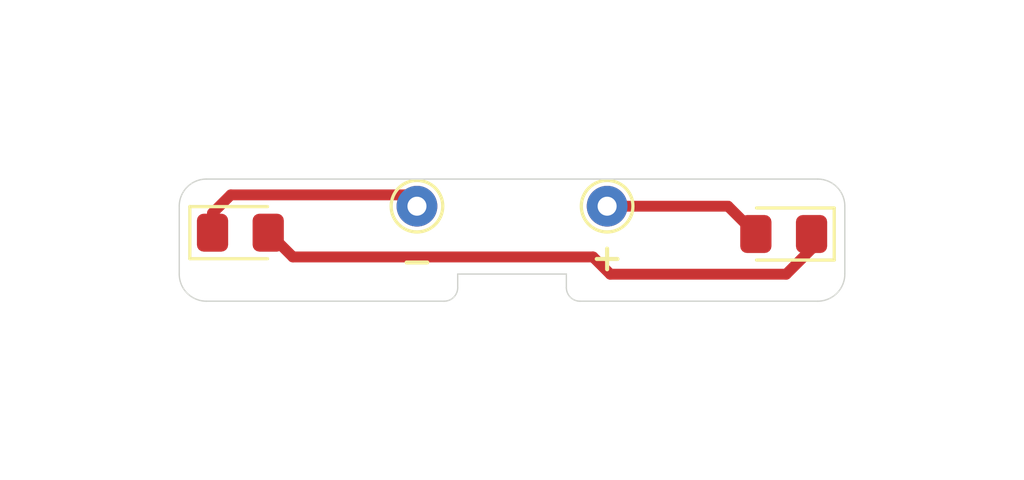
<source format=kicad_pcb>
(kicad_pcb (version 20211014) (generator pcbnew)
  (layers (0 "F.Cu" signal) (31 "B.Cu" signal) (34 "B.Paste" user) (35 "F.Paste" user) (36 "B.SilkS" user "B.Silkscreen") (37 "F.SilkS" user "F.Silkscreen") (38 "B.Mask" user) (39 "F.Mask" user) (44 "Edge.Cuts" user))
  (net 0 "")
  (net 1 "Net-(D1-Pad2)")
  (net 2 "/-")
  (net 3 "/+")
  (footprint "TestPoint:TestPoint_THTPad_D1.5mm_Drill0.7mm" (layer "F.Cu") (at 159 101)
    (fp_text reference "J1" hide)
    (fp_text value "Conn_01x01")
    (fp_circle (center 0 0) (end 0 0.95) (layer "F.SilkS") (width 0.12) (fill none))
    (pad "1" thru_hole circle locked (at 0 0) (size 1.5 1.5) (drill 0.7) (layers *.Cu *.Mask) (net 2 "/-"))
  )
  (footprint "TestPoint:TestPoint_THTPad_D1.5mm_Drill0.7mm" (layer "F.Cu") (at 166 101)
    (fp_text reference "J2" hide)
    (fp_text value "Conn_01x01")
    (fp_circle (center 0 0) (end 0 0.95) (layer "F.SilkS") (width 0.12) (fill none))
    (pad "1" thru_hole circle locked (at 0 0) (size 1.5 1.5) (drill 0.7) (layers *.Cu *.Mask) (net 3 "/+"))
  )
  (footprint "LED_SMD:LED_0805_2012Metric_Pad1.15x1.40mm_HandSolder" (layer "F.Cu") (at 152.5 101.975)
    (fp_text reference "D1" hide)
    (fp_text value "RED")
    (fp_line (start 1 -0.96) (end -1.86 -0.96) (layer "F.SilkS") (width 0.12))
    (fp_line (start -1.86 -0.96) (end -1.86 0.96) (layer "F.SilkS") (width 0.12))
    (fp_line (start -1.86 0.96) (end 1 0.96) (layer "F.SilkS") (width 0.12))
    (pad "1" smd roundrect locked (at -1.025 0) (size 1.15 1.4) (layers "F.Cu" "F.Paste" "F.Mask") (roundrect_rratio 0.217391) (net 2 "/-"))
    (pad "2" smd roundrect locked (at 1.025 0) (size 1.15 1.4) (layers "F.Cu" "F.Paste" "F.Mask") (roundrect_rratio 0.217391) (net 1 "Net-(D1-Pad2)"))
  )
  (footprint "LED_SMD:LED_0805_2012Metric_Pad1.15x1.40mm_HandSolder" (layer "F.Cu") (at 172.5 102.025 180)
    (fp_text reference "D2" hide)
    (fp_text value "RED")
    (fp_line (start -1.86 -0.96) (end -1.86 0.96) (layer "F.SilkS") (width 0.12))
    (fp_line (start 1 -0.96) (end -1.86 -0.96) (layer "F.SilkS") (width 0.12))
    (fp_line (start -1.86 0.96) (end 1 0.96) (layer "F.SilkS") (width 0.12))
    (pad "1" smd roundrect locked (at -1.025 0 180) (size 1.15 1.4) (layers "F.Cu" "F.Paste" "F.Mask") (roundrect_rratio 0.217391) (net 1 "Net-(D1-Pad2)"))
    (pad "2" smd roundrect locked (at 1.025 0 180) (size 1.15 1.4) (layers "F.Cu" "F.Paste" "F.Mask") (roundrect_rratio 0.217391) (net 3 "/+"))
  )
  (footprint "kikit:Tab" (layer "F.Cu") (at 175 102.25 180)
    (fp_text reference "REF**" hide)
    (fp_text value "Tab")
  )
  (footprint "kikit:Tab" (layer "F.Cu") (at 154.5 99.75 -90)
    (fp_text reference "REF**" hide)
    (fp_text value "Tab")
  )
  (footprint "kikit:Tab" (layer "F.Cu") (at 170.25 104.75 90)
    (fp_text reference "REF**" hide)
    (fp_text value "Tab")
  )
  (footprint "kikit:Tab" (layer "F.Cu") (at 170.25 99.75 -90)
    (fp_text reference "REF**" hide)
    (fp_text value "Tab")
  )
  (footprint "kikit:Tab" (layer "F.Cu") (at 154.5 104.75 90)
    (fp_text reference "REF**" hide)
    (fp_text value "Tab")
  )
  (footprint "kikit:Tab" (layer "F.Cu") (at 150 102.25)
    (fp_text reference "REF**" hide)
    (fp_text value "Tab")
  )
  (gr_line (start 165 104.5) (end 173.75 104.5) (layer "Edge.Cuts") (width 0.05))
  (gr_line (start 160.5 103.5) (end 160.5 104) (layer "Edge.Cuts") (width 0.05))
  (gr_line (start 164.5 103.5) (end 164.5 104) (layer "Edge.Cuts") (width 0.05))
  (gr_line (start 151.25 100) (end 173.75 100) (layer "Edge.Cuts") (width 0.05))
  (gr_arc (start 165 104.5) (mid 164.646447 104.353553) (end 164.5 104) (layer "Edge.Cuts") (width 0.05))
  (gr_arc (start 151.25 104.5) (mid 150.542893 104.207107) (end 150.25 103.5) (layer "Edge.Cuts") (width 0.05))
  (gr_line (start 151.25 104.5) (end 160 104.5) (layer "Edge.Cuts") (width 0.05))
  (gr_line (start 150.25 101) (end 150.25 103.5) (layer "Edge.Cuts") (width 0.05))
  (gr_arc (start 160.5 104) (mid 160.353553 104.353553) (end 160 104.5) (layer "Edge.Cuts") (width 0.05))
  (gr_arc (start 150.25 101) (mid 150.542893 100.292893) (end 151.25 100) (layer "Edge.Cuts") (width 0.05))
  (gr_line (start 164.5 103.5) (end 160.5 103.5) (layer "Edge.Cuts") (width 0.05))
  (gr_line (start 174.75 101) (end 174.75 103.5) (layer "Edge.Cuts") (width 0.05))
  (gr_arc (start 173.75 100) (mid 174.457107 100.292893) (end 174.75 101) (layer "Edge.Cuts") (width 0.05))
  (gr_arc (start 174.75 103.5) (mid 174.457107 104.207107) (end 173.75 104.5) (layer "Edge.Cuts") (width 0.05))
  (gr_text "-" (at 159 103) (layer "F.SilkS") (effects (font (size 1 1))))
  (gr_text "+" (at 166 102.87) (layer "F.SilkS") (effects (font (size 1 1))))
  (segment (start 173.525 102.025) (end 173.525 102.573) (width 0.4) (layer "F.Cu") (net 1))
  (segment (start 165.481 102.87) (end 154.432 102.87) (width 0.4) (layer "F.Cu") (net 1))
  (segment (start 173.525 102.573) (end 172.593 103.505) (width 0.4) (layer "F.Cu") (net 1))
  (segment (start 172.593 103.505) (end 166.116 103.505) (width 0.4) (layer "F.Cu") (net 1))
  (segment (start 166.116 103.505) (end 165.481 102.87) (width 0.4) (layer "F.Cu") (net 1))
  (segment (start 154.432 102.87) (end 153.537 101.975) (width 0.4) (layer "F.Cu") (net 1))
  (segment (start 153.537 101.975) (end 153.525 101.975) (width 0.4) (layer "F.Cu") (net 1))
  (segment (start 151.475 101.975) (end 151.475 101.255) (width 0.4) (layer "F.Cu") (net 2))
  (segment (start 158.584 100.584) (end 159 101) (width 0.4) (layer "F.Cu") (net 2))
  (segment (start 152.146 100.584) (end 158.584 100.584) (width 0.4) (layer "F.Cu") (net 2))
  (segment (start 151.475 101.255) (end 152.146 100.584) (width 0.4) (layer "F.Cu") (net 2))
  (segment (start 170.45 101) (end 166 101) (width 0.4) (layer "F.Cu") (net 3))
  (segment (start 171.475 102.025) (end 170.45 101) (width 0.4) (layer "F.Cu") (net 3))
)
</source>
